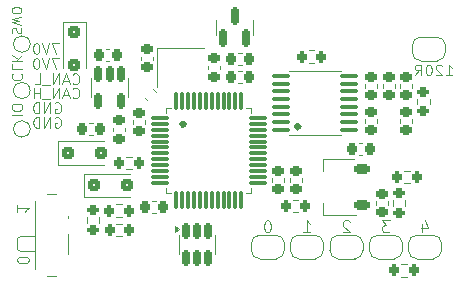
<source format=gbo>
G04 #@! TF.GenerationSoftware,KiCad,Pcbnew,8.0.1*
G04 #@! TF.CreationDate,2024-03-31T17:13:02+03:00*
G04 #@! TF.ProjectId,Piezo module,5069657a-6f20-46d6-9f64-756c652e6b69,rev?*
G04 #@! TF.SameCoordinates,Original*
G04 #@! TF.FileFunction,Legend,Bot*
G04 #@! TF.FilePolarity,Positive*
%FSLAX46Y46*%
G04 Gerber Fmt 4.6, Leading zero omitted, Abs format (unit mm)*
G04 Created by KiCad (PCBNEW 8.0.1) date 2024-03-31 17:13:02*
%MOMM*%
%LPD*%
G01*
G04 APERTURE LIST*
G04 Aperture macros list*
%AMRoundRect*
0 Rectangle with rounded corners*
0 $1 Rounding radius*
0 $2 $3 $4 $5 $6 $7 $8 $9 X,Y pos of 4 corners*
0 Add a 4 corners polygon primitive as box body*
4,1,4,$2,$3,$4,$5,$6,$7,$8,$9,$2,$3,0*
0 Add four circle primitives for the rounded corners*
1,1,$1+$1,$2,$3*
1,1,$1+$1,$4,$5*
1,1,$1+$1,$6,$7*
1,1,$1+$1,$8,$9*
0 Add four rect primitives between the rounded corners*
20,1,$1+$1,$2,$3,$4,$5,0*
20,1,$1+$1,$4,$5,$6,$7,0*
20,1,$1+$1,$6,$7,$8,$9,0*
20,1,$1+$1,$8,$9,$2,$3,0*%
%AMFreePoly0*
4,1,19,0.500000,-0.750000,0.000000,-0.750000,0.000000,-0.744911,-0.071157,-0.744911,-0.207708,-0.704816,-0.327430,-0.627875,-0.420627,-0.520320,-0.479746,-0.390866,-0.500000,-0.250000,-0.500000,0.250000,-0.479746,0.390866,-0.420627,0.520320,-0.327430,0.627875,-0.207708,0.704816,-0.071157,0.744911,0.000000,0.744911,0.000000,0.750000,0.500000,0.750000,0.500000,-0.750000,0.500000,-0.750000,
$1*%
%AMFreePoly1*
4,1,19,0.000000,0.744911,0.071157,0.744911,0.207708,0.704816,0.327430,0.627875,0.420627,0.520320,0.479746,0.390866,0.500000,0.250000,0.500000,-0.250000,0.479746,-0.390866,0.420627,-0.520320,0.327430,-0.627875,0.207708,-0.704816,0.071157,-0.744911,0.000000,-0.744911,0.000000,-0.750000,-0.500000,-0.750000,-0.500000,0.750000,0.000000,0.750000,0.000000,0.744911,0.000000,0.744911,
$1*%
%AMFreePoly2*
4,1,9,3.862500,-0.866500,0.737500,-0.866500,0.737500,-0.450000,-0.737500,-0.450000,-0.737500,0.450000,0.737500,0.450000,0.737500,0.866500,3.862500,0.866500,3.862500,-0.866500,3.862500,-0.866500,$1*%
G04 Aperture macros list end*
%ADD10C,0.100000*%
%ADD11C,0.120000*%
%ADD12C,0.350000*%
%ADD13C,2.000000*%
%ADD14C,2.600000*%
%ADD15C,0.700000*%
%ADD16C,4.400000*%
%ADD17C,0.500000*%
%ADD18O,1.090000X2.000000*%
%ADD19O,1.050000X1.600000*%
%ADD20RoundRect,0.200000X0.275000X-0.200000X0.275000X0.200000X-0.275000X0.200000X-0.275000X-0.200000X0*%
%ADD21RoundRect,0.150000X0.150000X-0.587500X0.150000X0.587500X-0.150000X0.587500X-0.150000X-0.587500X0*%
%ADD22C,1.000000*%
%ADD23RoundRect,0.225000X-0.250000X0.225000X-0.250000X-0.225000X0.250000X-0.225000X0.250000X0.225000X0*%
%ADD24RoundRect,0.100000X-0.637500X-0.100000X0.637500X-0.100000X0.637500X0.100000X-0.637500X0.100000X0*%
%ADD25RoundRect,0.225000X0.250000X-0.225000X0.250000X0.225000X-0.250000X0.225000X-0.250000X-0.225000X0*%
%ADD26FreePoly0,180.000000*%
%ADD27FreePoly1,180.000000*%
%ADD28RoundRect,0.218750X-0.256250X0.218750X-0.256250X-0.218750X0.256250X-0.218750X0.256250X0.218750X0*%
%ADD29RoundRect,0.200000X-0.200000X-0.275000X0.200000X-0.275000X0.200000X0.275000X-0.200000X0.275000X0*%
%ADD30RoundRect,0.150000X-0.150000X0.512500X-0.150000X-0.512500X0.150000X-0.512500X0.150000X0.512500X0*%
%ADD31RoundRect,0.200000X0.200000X0.275000X-0.200000X0.275000X-0.200000X-0.275000X0.200000X-0.275000X0*%
%ADD32R,1.400000X1.200000*%
%ADD33RoundRect,0.250000X-0.300000X0.300000X-0.300000X-0.300000X0.300000X-0.300000X0.300000X0.300000X0*%
%ADD34RoundRect,0.250000X-0.300000X-0.300000X0.300000X-0.300000X0.300000X0.300000X-0.300000X0.300000X0*%
%ADD35RoundRect,0.225000X0.225000X0.250000X-0.225000X0.250000X-0.225000X-0.250000X0.225000X-0.250000X0*%
%ADD36RoundRect,0.225000X-0.225000X-0.250000X0.225000X-0.250000X0.225000X0.250000X-0.225000X0.250000X0*%
%ADD37RoundRect,0.075000X-0.075000X0.662500X-0.075000X-0.662500X0.075000X-0.662500X0.075000X0.662500X0*%
%ADD38RoundRect,0.075000X-0.662500X0.075000X-0.662500X-0.075000X0.662500X-0.075000X0.662500X0.075000X0*%
%ADD39RoundRect,0.225000X-0.335876X-0.017678X-0.017678X-0.335876X0.335876X0.017678X0.017678X0.335876X0*%
%ADD40RoundRect,0.200000X-0.275000X0.200000X-0.275000X-0.200000X0.275000X-0.200000X0.275000X0.200000X0*%
%ADD41RoundRect,0.225000X0.425000X0.225000X-0.425000X0.225000X-0.425000X-0.225000X0.425000X-0.225000X0*%
%ADD42FreePoly2,180.000000*%
%ADD43FreePoly0,0.000000*%
%ADD44FreePoly1,0.000000*%
%ADD45C,0.900000*%
%ADD46R,1.500000X0.700000*%
%ADD47R,0.800000X1.000000*%
G04 APERTURE END LIST*
D10*
X137005639Y-93222657D02*
X136405639Y-93222657D01*
X136405639Y-93222657D02*
X136791353Y-94122657D01*
X136191353Y-93222657D02*
X135891353Y-94122657D01*
X135891353Y-94122657D02*
X135591353Y-93222657D01*
X135119924Y-93222657D02*
X135034210Y-93222657D01*
X135034210Y-93222657D02*
X134948496Y-93265514D01*
X134948496Y-93265514D02*
X134905639Y-93308371D01*
X134905639Y-93308371D02*
X134862781Y-93394085D01*
X134862781Y-93394085D02*
X134819924Y-93565514D01*
X134819924Y-93565514D02*
X134819924Y-93779800D01*
X134819924Y-93779800D02*
X134862781Y-93951228D01*
X134862781Y-93951228D02*
X134905639Y-94036942D01*
X134905639Y-94036942D02*
X134948496Y-94079800D01*
X134948496Y-94079800D02*
X135034210Y-94122657D01*
X135034210Y-94122657D02*
X135119924Y-94122657D01*
X135119924Y-94122657D02*
X135205639Y-94079800D01*
X135205639Y-94079800D02*
X135248496Y-94036942D01*
X135248496Y-94036942D02*
X135291353Y-93951228D01*
X135291353Y-93951228D02*
X135334210Y-93779800D01*
X135334210Y-93779800D02*
X135334210Y-93565514D01*
X135334210Y-93565514D02*
X135291353Y-93394085D01*
X135291353Y-93394085D02*
X135248496Y-93308371D01*
X135248496Y-93308371D02*
X135205639Y-93265514D01*
X135205639Y-93265514D02*
X135119924Y-93222657D01*
X133005842Y-98075925D02*
X133905842Y-98075925D01*
X133905842Y-97475925D02*
X133905842Y-97304497D01*
X133905842Y-97304497D02*
X133862985Y-97218782D01*
X133862985Y-97218782D02*
X133777271Y-97133068D01*
X133777271Y-97133068D02*
X133605842Y-97090211D01*
X133605842Y-97090211D02*
X133305842Y-97090211D01*
X133305842Y-97090211D02*
X133134414Y-97133068D01*
X133134414Y-97133068D02*
X133048700Y-97218782D01*
X133048700Y-97218782D02*
X133005842Y-97304497D01*
X133005842Y-97304497D02*
X133005842Y-97475925D01*
X133005842Y-97475925D02*
X133048700Y-97561640D01*
X133048700Y-97561640D02*
X133134414Y-97647354D01*
X133134414Y-97647354D02*
X133305842Y-97690211D01*
X133305842Y-97690211D02*
X133605842Y-97690211D01*
X133605842Y-97690211D02*
X133777271Y-97647354D01*
X133777271Y-97647354D02*
X133862985Y-97561640D01*
X133862985Y-97561640D02*
X133905842Y-97475925D01*
X157701497Y-107966419D02*
X158272925Y-107966419D01*
X157987211Y-107966419D02*
X157987211Y-106966419D01*
X157987211Y-106966419D02*
X158082449Y-107109276D01*
X158082449Y-107109276D02*
X158177687Y-107204514D01*
X158177687Y-107204514D02*
X158272925Y-107252133D01*
X137005639Y-91969657D02*
X136405639Y-91969657D01*
X136405639Y-91969657D02*
X136791353Y-92869657D01*
X136191353Y-91969657D02*
X135891353Y-92869657D01*
X135891353Y-92869657D02*
X135591353Y-91969657D01*
X135119924Y-91969657D02*
X135034210Y-91969657D01*
X135034210Y-91969657D02*
X134948496Y-92012514D01*
X134948496Y-92012514D02*
X134905639Y-92055371D01*
X134905639Y-92055371D02*
X134862781Y-92141085D01*
X134862781Y-92141085D02*
X134819924Y-92312514D01*
X134819924Y-92312514D02*
X134819924Y-92526800D01*
X134819924Y-92526800D02*
X134862781Y-92698228D01*
X134862781Y-92698228D02*
X134905639Y-92783942D01*
X134905639Y-92783942D02*
X134948496Y-92826800D01*
X134948496Y-92826800D02*
X135034210Y-92869657D01*
X135034210Y-92869657D02*
X135119924Y-92869657D01*
X135119924Y-92869657D02*
X135205639Y-92826800D01*
X135205639Y-92826800D02*
X135248496Y-92783942D01*
X135248496Y-92783942D02*
X135291353Y-92698228D01*
X135291353Y-92698228D02*
X135334210Y-92526800D01*
X135334210Y-92526800D02*
X135334210Y-92312514D01*
X135334210Y-92312514D02*
X135291353Y-92141085D01*
X135291353Y-92141085D02*
X135248496Y-92055371D01*
X135248496Y-92055371D02*
X135205639Y-92012514D01*
X135205639Y-92012514D02*
X135119924Y-91969657D01*
X136705638Y-97015514D02*
X136791353Y-96972657D01*
X136791353Y-96972657D02*
X136919924Y-96972657D01*
X136919924Y-96972657D02*
X137048495Y-97015514D01*
X137048495Y-97015514D02*
X137134210Y-97101228D01*
X137134210Y-97101228D02*
X137177067Y-97186942D01*
X137177067Y-97186942D02*
X137219924Y-97358371D01*
X137219924Y-97358371D02*
X137219924Y-97486942D01*
X137219924Y-97486942D02*
X137177067Y-97658371D01*
X137177067Y-97658371D02*
X137134210Y-97744085D01*
X137134210Y-97744085D02*
X137048495Y-97829800D01*
X137048495Y-97829800D02*
X136919924Y-97872657D01*
X136919924Y-97872657D02*
X136834210Y-97872657D01*
X136834210Y-97872657D02*
X136705638Y-97829800D01*
X136705638Y-97829800D02*
X136662781Y-97786942D01*
X136662781Y-97786942D02*
X136662781Y-97486942D01*
X136662781Y-97486942D02*
X136834210Y-97486942D01*
X136277067Y-97872657D02*
X136277067Y-96972657D01*
X136277067Y-96972657D02*
X135762781Y-97872657D01*
X135762781Y-97872657D02*
X135762781Y-96972657D01*
X135334210Y-97872657D02*
X135334210Y-96972657D01*
X135334210Y-96972657D02*
X135119924Y-96972657D01*
X135119924Y-96972657D02*
X134991353Y-97015514D01*
X134991353Y-97015514D02*
X134905638Y-97101228D01*
X134905638Y-97101228D02*
X134862781Y-97186942D01*
X134862781Y-97186942D02*
X134819924Y-97358371D01*
X134819924Y-97358371D02*
X134819924Y-97486942D01*
X134819924Y-97486942D02*
X134862781Y-97658371D01*
X134862781Y-97658371D02*
X134905638Y-97744085D01*
X134905638Y-97744085D02*
X134991353Y-97829800D01*
X134991353Y-97829800D02*
X135119924Y-97872657D01*
X135119924Y-97872657D02*
X135334210Y-97872657D01*
X165011544Y-106966419D02*
X164392497Y-106966419D01*
X164392497Y-106966419D02*
X164725830Y-107347371D01*
X164725830Y-107347371D02*
X164582973Y-107347371D01*
X164582973Y-107347371D02*
X164487735Y-107394990D01*
X164487735Y-107394990D02*
X164440116Y-107442609D01*
X164440116Y-107442609D02*
X164392497Y-107537847D01*
X164392497Y-107537847D02*
X164392497Y-107775942D01*
X164392497Y-107775942D02*
X164440116Y-107871180D01*
X164440116Y-107871180D02*
X164487735Y-107918800D01*
X164487735Y-107918800D02*
X164582973Y-107966419D01*
X164582973Y-107966419D02*
X164868687Y-107966419D01*
X164868687Y-107966419D02*
X164963925Y-107918800D01*
X164963925Y-107918800D02*
X165011544Y-107871180D01*
X134460580Y-110351639D02*
X134460580Y-110256401D01*
X134460580Y-110256401D02*
X134412961Y-110161163D01*
X134412961Y-110161163D02*
X134365342Y-110113544D01*
X134365342Y-110113544D02*
X134270104Y-110065925D01*
X134270104Y-110065925D02*
X134079628Y-110018306D01*
X134079628Y-110018306D02*
X133841533Y-110018306D01*
X133841533Y-110018306D02*
X133651057Y-110065925D01*
X133651057Y-110065925D02*
X133555819Y-110113544D01*
X133555819Y-110113544D02*
X133508200Y-110161163D01*
X133508200Y-110161163D02*
X133460580Y-110256401D01*
X133460580Y-110256401D02*
X133460580Y-110351639D01*
X133460580Y-110351639D02*
X133508200Y-110446877D01*
X133508200Y-110446877D02*
X133555819Y-110494496D01*
X133555819Y-110494496D02*
X133651057Y-110542115D01*
X133651057Y-110542115D02*
X133841533Y-110589734D01*
X133841533Y-110589734D02*
X134079628Y-110589734D01*
X134079628Y-110589734D02*
X134270104Y-110542115D01*
X134270104Y-110542115D02*
X134365342Y-110494496D01*
X134365342Y-110494496D02*
X134412961Y-110446877D01*
X134412961Y-110446877D02*
X134460580Y-110351639D01*
X138162781Y-95336942D02*
X138205638Y-95379800D01*
X138205638Y-95379800D02*
X138334210Y-95422657D01*
X138334210Y-95422657D02*
X138419924Y-95422657D01*
X138419924Y-95422657D02*
X138548495Y-95379800D01*
X138548495Y-95379800D02*
X138634210Y-95294085D01*
X138634210Y-95294085D02*
X138677067Y-95208371D01*
X138677067Y-95208371D02*
X138719924Y-95036942D01*
X138719924Y-95036942D02*
X138719924Y-94908371D01*
X138719924Y-94908371D02*
X138677067Y-94736942D01*
X138677067Y-94736942D02*
X138634210Y-94651228D01*
X138634210Y-94651228D02*
X138548495Y-94565514D01*
X138548495Y-94565514D02*
X138419924Y-94522657D01*
X138419924Y-94522657D02*
X138334210Y-94522657D01*
X138334210Y-94522657D02*
X138205638Y-94565514D01*
X138205638Y-94565514D02*
X138162781Y-94608371D01*
X137819924Y-95165514D02*
X137391353Y-95165514D01*
X137905638Y-95422657D02*
X137605638Y-94522657D01*
X137605638Y-94522657D02*
X137305638Y-95422657D01*
X137005638Y-95422657D02*
X137005638Y-94522657D01*
X137005638Y-94522657D02*
X136491352Y-95422657D01*
X136491352Y-95422657D02*
X136491352Y-94522657D01*
X136277067Y-95508371D02*
X135591352Y-95508371D01*
X134948495Y-95422657D02*
X135377067Y-95422657D01*
X135377067Y-95422657D02*
X135377067Y-94522657D01*
X138162781Y-96536942D02*
X138205638Y-96579800D01*
X138205638Y-96579800D02*
X138334210Y-96622657D01*
X138334210Y-96622657D02*
X138419924Y-96622657D01*
X138419924Y-96622657D02*
X138548495Y-96579800D01*
X138548495Y-96579800D02*
X138634210Y-96494085D01*
X138634210Y-96494085D02*
X138677067Y-96408371D01*
X138677067Y-96408371D02*
X138719924Y-96236942D01*
X138719924Y-96236942D02*
X138719924Y-96108371D01*
X138719924Y-96108371D02*
X138677067Y-95936942D01*
X138677067Y-95936942D02*
X138634210Y-95851228D01*
X138634210Y-95851228D02*
X138548495Y-95765514D01*
X138548495Y-95765514D02*
X138419924Y-95722657D01*
X138419924Y-95722657D02*
X138334210Y-95722657D01*
X138334210Y-95722657D02*
X138205638Y-95765514D01*
X138205638Y-95765514D02*
X138162781Y-95808371D01*
X137819924Y-96365514D02*
X137391353Y-96365514D01*
X137905638Y-96622657D02*
X137605638Y-95722657D01*
X137605638Y-95722657D02*
X137305638Y-96622657D01*
X137005638Y-96622657D02*
X137005638Y-95722657D01*
X137005638Y-95722657D02*
X136491352Y-96622657D01*
X136491352Y-96622657D02*
X136491352Y-95722657D01*
X136277067Y-96708371D02*
X135591352Y-96708371D01*
X135377067Y-96622657D02*
X135377067Y-95722657D01*
X135377067Y-96151228D02*
X134862781Y-96151228D01*
X134862781Y-96622657D02*
X134862781Y-95722657D01*
X136705638Y-98265514D02*
X136791353Y-98222657D01*
X136791353Y-98222657D02*
X136919924Y-98222657D01*
X136919924Y-98222657D02*
X137048495Y-98265514D01*
X137048495Y-98265514D02*
X137134210Y-98351228D01*
X137134210Y-98351228D02*
X137177067Y-98436942D01*
X137177067Y-98436942D02*
X137219924Y-98608371D01*
X137219924Y-98608371D02*
X137219924Y-98736942D01*
X137219924Y-98736942D02*
X137177067Y-98908371D01*
X137177067Y-98908371D02*
X137134210Y-98994085D01*
X137134210Y-98994085D02*
X137048495Y-99079800D01*
X137048495Y-99079800D02*
X136919924Y-99122657D01*
X136919924Y-99122657D02*
X136834210Y-99122657D01*
X136834210Y-99122657D02*
X136705638Y-99079800D01*
X136705638Y-99079800D02*
X136662781Y-99036942D01*
X136662781Y-99036942D02*
X136662781Y-98736942D01*
X136662781Y-98736942D02*
X136834210Y-98736942D01*
X136277067Y-99122657D02*
X136277067Y-98222657D01*
X136277067Y-98222657D02*
X135762781Y-99122657D01*
X135762781Y-99122657D02*
X135762781Y-98222657D01*
X135334210Y-99122657D02*
X135334210Y-98222657D01*
X135334210Y-98222657D02*
X135119924Y-98222657D01*
X135119924Y-98222657D02*
X134991353Y-98265514D01*
X134991353Y-98265514D02*
X134905638Y-98351228D01*
X134905638Y-98351228D02*
X134862781Y-98436942D01*
X134862781Y-98436942D02*
X134819924Y-98608371D01*
X134819924Y-98608371D02*
X134819924Y-98736942D01*
X134819924Y-98736942D02*
X134862781Y-98908371D01*
X134862781Y-98908371D02*
X134905638Y-98994085D01*
X134905638Y-98994085D02*
X134991353Y-99079800D01*
X134991353Y-99079800D02*
X135119924Y-99122657D01*
X135119924Y-99122657D02*
X135334210Y-99122657D01*
X161623925Y-107061657D02*
X161576306Y-107014038D01*
X161576306Y-107014038D02*
X161481068Y-106966419D01*
X161481068Y-106966419D02*
X161242973Y-106966419D01*
X161242973Y-106966419D02*
X161147735Y-107014038D01*
X161147735Y-107014038D02*
X161100116Y-107061657D01*
X161100116Y-107061657D02*
X161052497Y-107156895D01*
X161052497Y-107156895D02*
X161052497Y-107252133D01*
X161052497Y-107252133D02*
X161100116Y-107394990D01*
X161100116Y-107394990D02*
X161671544Y-107966419D01*
X161671544Y-107966419D02*
X161052497Y-107966419D01*
X133073200Y-91110830D02*
X133035104Y-90996544D01*
X133035104Y-90996544D02*
X133035104Y-90806068D01*
X133035104Y-90806068D02*
X133073200Y-90729877D01*
X133073200Y-90729877D02*
X133111295Y-90691782D01*
X133111295Y-90691782D02*
X133187485Y-90653687D01*
X133187485Y-90653687D02*
X133263676Y-90653687D01*
X133263676Y-90653687D02*
X133339866Y-90691782D01*
X133339866Y-90691782D02*
X133377961Y-90729877D01*
X133377961Y-90729877D02*
X133416057Y-90806068D01*
X133416057Y-90806068D02*
X133454152Y-90958449D01*
X133454152Y-90958449D02*
X133492247Y-91034639D01*
X133492247Y-91034639D02*
X133530342Y-91072734D01*
X133530342Y-91072734D02*
X133606533Y-91110830D01*
X133606533Y-91110830D02*
X133682723Y-91110830D01*
X133682723Y-91110830D02*
X133758914Y-91072734D01*
X133758914Y-91072734D02*
X133797009Y-91034639D01*
X133797009Y-91034639D02*
X133835104Y-90958449D01*
X133835104Y-90958449D02*
X133835104Y-90767972D01*
X133835104Y-90767972D02*
X133797009Y-90653687D01*
X133835104Y-90387020D02*
X133035104Y-90196544D01*
X133035104Y-90196544D02*
X133606533Y-90044163D01*
X133606533Y-90044163D02*
X133035104Y-89891782D01*
X133035104Y-89891782D02*
X133835104Y-89701306D01*
X133835104Y-89244162D02*
X133835104Y-89091781D01*
X133835104Y-89091781D02*
X133797009Y-89015591D01*
X133797009Y-89015591D02*
X133720819Y-88939400D01*
X133720819Y-88939400D02*
X133568438Y-88901305D01*
X133568438Y-88901305D02*
X133301771Y-88901305D01*
X133301771Y-88901305D02*
X133149390Y-88939400D01*
X133149390Y-88939400D02*
X133073200Y-89015591D01*
X133073200Y-89015591D02*
X133035104Y-89091781D01*
X133035104Y-89091781D02*
X133035104Y-89244162D01*
X133035104Y-89244162D02*
X133073200Y-89320353D01*
X133073200Y-89320353D02*
X133149390Y-89396543D01*
X133149390Y-89396543D02*
X133301771Y-89434639D01*
X133301771Y-89434639D02*
X133568438Y-89434639D01*
X133568438Y-89434639D02*
X133720819Y-89396543D01*
X133720819Y-89396543D02*
X133797009Y-89320353D01*
X133797009Y-89320353D02*
X133835104Y-89244162D01*
X133091557Y-94546639D02*
X133048700Y-94589496D01*
X133048700Y-94589496D02*
X133005842Y-94718068D01*
X133005842Y-94718068D02*
X133005842Y-94803782D01*
X133005842Y-94803782D02*
X133048700Y-94932353D01*
X133048700Y-94932353D02*
X133134414Y-95018068D01*
X133134414Y-95018068D02*
X133220128Y-95060925D01*
X133220128Y-95060925D02*
X133391557Y-95103782D01*
X133391557Y-95103782D02*
X133520128Y-95103782D01*
X133520128Y-95103782D02*
X133691557Y-95060925D01*
X133691557Y-95060925D02*
X133777271Y-95018068D01*
X133777271Y-95018068D02*
X133862985Y-94932353D01*
X133862985Y-94932353D02*
X133905842Y-94803782D01*
X133905842Y-94803782D02*
X133905842Y-94718068D01*
X133905842Y-94718068D02*
X133862985Y-94589496D01*
X133862985Y-94589496D02*
X133820128Y-94546639D01*
X133005842Y-93732353D02*
X133005842Y-94160925D01*
X133005842Y-94160925D02*
X133905842Y-94160925D01*
X133005842Y-93432354D02*
X133905842Y-93432354D01*
X133005842Y-92918068D02*
X133520128Y-93303782D01*
X133905842Y-92918068D02*
X133391557Y-93432354D01*
X169768496Y-94665657D02*
X170282782Y-94665657D01*
X170025639Y-94665657D02*
X170025639Y-93765657D01*
X170025639Y-93765657D02*
X170111353Y-93894228D01*
X170111353Y-93894228D02*
X170197068Y-93979942D01*
X170197068Y-93979942D02*
X170282782Y-94022800D01*
X169425639Y-93851371D02*
X169382782Y-93808514D01*
X169382782Y-93808514D02*
X169297068Y-93765657D01*
X169297068Y-93765657D02*
X169082782Y-93765657D01*
X169082782Y-93765657D02*
X168997068Y-93808514D01*
X168997068Y-93808514D02*
X168954210Y-93851371D01*
X168954210Y-93851371D02*
X168911353Y-93937085D01*
X168911353Y-93937085D02*
X168911353Y-94022800D01*
X168911353Y-94022800D02*
X168954210Y-94151371D01*
X168954210Y-94151371D02*
X169468496Y-94665657D01*
X169468496Y-94665657D02*
X168911353Y-94665657D01*
X168354210Y-93765657D02*
X168268496Y-93765657D01*
X168268496Y-93765657D02*
X168182782Y-93808514D01*
X168182782Y-93808514D02*
X168139925Y-93851371D01*
X168139925Y-93851371D02*
X168097067Y-93937085D01*
X168097067Y-93937085D02*
X168054210Y-94108514D01*
X168054210Y-94108514D02*
X168054210Y-94322800D01*
X168054210Y-94322800D02*
X168097067Y-94494228D01*
X168097067Y-94494228D02*
X168139925Y-94579942D01*
X168139925Y-94579942D02*
X168182782Y-94622800D01*
X168182782Y-94622800D02*
X168268496Y-94665657D01*
X168268496Y-94665657D02*
X168354210Y-94665657D01*
X168354210Y-94665657D02*
X168439925Y-94622800D01*
X168439925Y-94622800D02*
X168482782Y-94579942D01*
X168482782Y-94579942D02*
X168525639Y-94494228D01*
X168525639Y-94494228D02*
X168568496Y-94322800D01*
X168568496Y-94322800D02*
X168568496Y-94108514D01*
X168568496Y-94108514D02*
X168525639Y-93937085D01*
X168525639Y-93937085D02*
X168482782Y-93851371D01*
X168482782Y-93851371D02*
X168439925Y-93808514D01*
X168439925Y-93808514D02*
X168354210Y-93765657D01*
X167154210Y-94665657D02*
X167454210Y-94237085D01*
X167668496Y-94665657D02*
X167668496Y-93765657D01*
X167668496Y-93765657D02*
X167325639Y-93765657D01*
X167325639Y-93765657D02*
X167239924Y-93808514D01*
X167239924Y-93808514D02*
X167197067Y-93851371D01*
X167197067Y-93851371D02*
X167154210Y-93937085D01*
X167154210Y-93937085D02*
X167154210Y-94065657D01*
X167154210Y-94065657D02*
X167197067Y-94151371D01*
X167197067Y-94151371D02*
X167239924Y-94194228D01*
X167239924Y-94194228D02*
X167325639Y-94237085D01*
X167325639Y-94237085D02*
X167668496Y-94237085D01*
X133460580Y-105639306D02*
X133460580Y-106210734D01*
X133460580Y-105925020D02*
X134460580Y-105925020D01*
X134460580Y-105925020D02*
X134317723Y-106020258D01*
X134317723Y-106020258D02*
X134222485Y-106115496D01*
X134222485Y-106115496D02*
X134174866Y-106210734D01*
X154730830Y-106966419D02*
X154635592Y-106966419D01*
X154635592Y-106966419D02*
X154540354Y-107014038D01*
X154540354Y-107014038D02*
X154492735Y-107061657D01*
X154492735Y-107061657D02*
X154445116Y-107156895D01*
X154445116Y-107156895D02*
X154397497Y-107347371D01*
X154397497Y-107347371D02*
X154397497Y-107585466D01*
X154397497Y-107585466D02*
X154445116Y-107775942D01*
X154445116Y-107775942D02*
X154492735Y-107871180D01*
X154492735Y-107871180D02*
X154540354Y-107918800D01*
X154540354Y-107918800D02*
X154635592Y-107966419D01*
X154635592Y-107966419D02*
X154730830Y-107966419D01*
X154730830Y-107966419D02*
X154826068Y-107918800D01*
X154826068Y-107918800D02*
X154873687Y-107871180D01*
X154873687Y-107871180D02*
X154921306Y-107775942D01*
X154921306Y-107775942D02*
X154968925Y-107585466D01*
X154968925Y-107585466D02*
X154968925Y-107347371D01*
X154968925Y-107347371D02*
X154921306Y-107156895D01*
X154921306Y-107156895D02*
X154873687Y-107061657D01*
X154873687Y-107061657D02*
X154826068Y-107014038D01*
X154826068Y-107014038D02*
X154730830Y-106966419D01*
X167791735Y-107299752D02*
X167791735Y-107966419D01*
X168029830Y-106918800D02*
X168267925Y-107633085D01*
X168267925Y-107633085D02*
X167648878Y-107633085D01*
D11*
X167343500Y-96647742D02*
X167343500Y-97122258D01*
X168388500Y-96647742D02*
X168388500Y-97122258D01*
X150317500Y-89967000D02*
X150317500Y-90617000D01*
X150317500Y-91267000D02*
X150317500Y-90617000D01*
X153437500Y-89967000D02*
X153437500Y-90617000D01*
X153437500Y-91267000D02*
X153437500Y-90617000D01*
X134572000Y-99218000D02*
G75*
G02*
X133172000Y-99218000I-700000J0D01*
G01*
X133172000Y-99218000D02*
G75*
G02*
X134572000Y-99218000I700000J0D01*
G01*
X163835000Y-105621581D02*
X163835000Y-105340419D01*
X164855000Y-105621581D02*
X164855000Y-105340419D01*
X156512000Y-94277500D02*
X158712000Y-94277500D01*
X156512000Y-99747500D02*
X158712000Y-99747500D01*
X160912000Y-94277500D02*
X158712000Y-94277500D01*
X160912000Y-99747500D02*
X158712000Y-99747500D01*
D12*
X157397000Y-99022500D02*
G75*
G02*
X157047000Y-99022500I-175000J0D01*
G01*
X157047000Y-99022500D02*
G75*
G02*
X157397000Y-99022500I175000J0D01*
G01*
D11*
X143937500Y-93089420D02*
X143937500Y-93370580D01*
X144957500Y-93089420D02*
X144957500Y-93370580D01*
X155077000Y-103679080D02*
X155077000Y-103397920D01*
X156097000Y-103679080D02*
X156097000Y-103397920D01*
X166598000Y-109508000D02*
X166598000Y-108908000D01*
X167298000Y-108208000D02*
X168698000Y-108208000D01*
X168698000Y-110208000D02*
X167298000Y-110208000D01*
X169398000Y-108908000D02*
X169398000Y-109508000D01*
X166598000Y-108908000D02*
G75*
G02*
X167298000Y-108208000I700000J0D01*
G01*
X167298000Y-110208000D02*
G75*
G02*
X166598000Y-109508000I0J700000D01*
G01*
X168698000Y-108208000D02*
G75*
G02*
X169398000Y-108908000I1J-699999D01*
G01*
X169398000Y-109508000D02*
G75*
G02*
X168698000Y-110208000I-699999J-1D01*
G01*
X165874500Y-98708779D02*
X165874500Y-98383221D01*
X166894500Y-98708779D02*
X166894500Y-98383221D01*
X156540000Y-103679080D02*
X156540000Y-103397920D01*
X157560000Y-103679080D02*
X157560000Y-103397920D01*
X142357258Y-107223500D02*
X141882742Y-107223500D01*
X142357258Y-108268500D02*
X141882742Y-108268500D01*
X147135000Y-108210000D02*
X147135000Y-109010000D01*
X147135000Y-109810000D02*
X147135000Y-109010000D01*
X150255000Y-108210000D02*
X150255000Y-109010000D01*
X150255000Y-109810000D02*
X150255000Y-109010000D01*
X147185000Y-107710000D02*
X146855000Y-107950000D01*
X146855000Y-107470000D01*
X147185000Y-107710000D01*
G36*
X147185000Y-107710000D02*
G01*
X146855000Y-107950000D01*
X146855000Y-107470000D01*
X147185000Y-107710000D01*
G37*
X156786742Y-105231500D02*
X157261258Y-105231500D01*
X156786742Y-106276500D02*
X157261258Y-106276500D01*
X139747000Y-94925500D02*
X139747000Y-95725500D01*
X139747000Y-96525500D02*
X139747000Y-95725500D01*
X142867000Y-94925500D02*
X142867000Y-95725500D01*
X142867000Y-96525500D02*
X142867000Y-95725500D01*
X145284500Y-92369000D02*
X145284500Y-95669000D01*
X149284500Y-92369000D02*
X145284500Y-92369000D01*
X137314000Y-94059000D02*
X137314000Y-90199000D01*
X139314000Y-90199000D02*
X137314000Y-90199000D01*
X139314000Y-94059000D02*
X139314000Y-90199000D01*
X134572000Y-92032000D02*
G75*
G02*
X133172000Y-92032000I-700000J0D01*
G01*
X133172000Y-92032000D02*
G75*
G02*
X134572000Y-92032000I700000J0D01*
G01*
X136929000Y-100256000D02*
X136929000Y-102256000D01*
X140789000Y-100256000D02*
X136929000Y-100256000D01*
X140789000Y-102256000D02*
X136929000Y-102256000D01*
X134572000Y-95967000D02*
G75*
G02*
X133172000Y-95967000I-700000J0D01*
G01*
X133172000Y-95967000D02*
G75*
G02*
X134572000Y-95967000I700000J0D01*
G01*
X139134500Y-102992000D02*
X139134500Y-104992000D01*
X142994500Y-102992000D02*
X139134500Y-102992000D01*
X142994500Y-104992000D02*
X139134500Y-104992000D01*
X165287500Y-105244742D02*
X165287500Y-105719258D01*
X166332500Y-105244742D02*
X166332500Y-105719258D01*
X162419920Y-100381001D02*
X162701080Y-100381001D01*
X162419920Y-101401001D02*
X162701080Y-101401001D01*
X162931500Y-95721580D02*
X162931500Y-95440420D01*
X163951500Y-95721580D02*
X163951500Y-95440420D01*
X141276580Y-92435000D02*
X140995420Y-92435000D01*
X141276580Y-93455000D02*
X140995420Y-93455000D01*
X143167258Y-101587500D02*
X142692742Y-101587500D01*
X143167258Y-102632500D02*
X142692742Y-102632500D01*
X152473580Y-94280000D02*
X152192420Y-94280000D01*
X152473580Y-95300000D02*
X152192420Y-95300000D01*
X165892500Y-95714580D02*
X165892500Y-95433420D01*
X166912500Y-95714580D02*
X166912500Y-95433420D01*
X166930500Y-92742000D02*
X166930500Y-92142000D01*
X167630500Y-91442000D02*
X169030500Y-91442000D01*
X169030500Y-93442000D02*
X167630500Y-93442000D01*
X169730500Y-92142000D02*
X169730500Y-92742000D01*
X166930500Y-92142000D02*
G75*
G02*
X167630500Y-91442000I700000J0D01*
G01*
X167630500Y-93442000D02*
G75*
G02*
X166930500Y-92742000I0J700000D01*
G01*
X169030500Y-91442000D02*
G75*
G02*
X169730500Y-92142000I1J-699999D01*
G01*
X169730500Y-92742000D02*
G75*
G02*
X169030500Y-93442000I-699999J-1D01*
G01*
X166223742Y-102746500D02*
X166698258Y-102746500D01*
X166223742Y-103791500D02*
X166698258Y-103791500D01*
X158628258Y-92573999D02*
X158153742Y-92573999D01*
X158628258Y-93618999D02*
X158153742Y-93618999D01*
X153299000Y-109508000D02*
X153299000Y-108908000D01*
X153999000Y-108208000D02*
X155399000Y-108208000D01*
X155399000Y-110208000D02*
X153999000Y-110208000D01*
X156099000Y-108908000D02*
X156099000Y-109508000D01*
X153299000Y-108908000D02*
G75*
G02*
X153999000Y-108208000I700000J0D01*
G01*
X153999000Y-110208000D02*
G75*
G02*
X153299000Y-109508000I0J700000D01*
G01*
X155399000Y-108208000D02*
G75*
G02*
X156099000Y-108908000I1J-699999D01*
G01*
X156099000Y-109508000D02*
G75*
G02*
X155399000Y-110208000I-699999J-1D01*
G01*
X139591420Y-98695000D02*
X139872580Y-98695000D01*
X139591420Y-99715000D02*
X139872580Y-99715000D01*
X146085000Y-97427500D02*
X146085000Y-97877500D01*
X146085000Y-104647500D02*
X146085000Y-104197500D01*
X146535000Y-97427500D02*
X146085000Y-97427500D01*
X146535000Y-104647500D02*
X146085000Y-104647500D01*
X152855000Y-97427500D02*
X153305000Y-97427500D01*
X152855000Y-104647500D02*
X153305000Y-104647500D01*
X153305000Y-97427500D02*
X153305000Y-97877500D01*
X153305000Y-104647500D02*
X153305000Y-104197500D01*
D12*
X147690000Y-98827500D02*
G75*
G02*
X147340000Y-98827500I-175000J0D01*
G01*
X147340000Y-98827500D02*
G75*
G02*
X147690000Y-98827500I175000J0D01*
G01*
D11*
X156603000Y-109504000D02*
X156603000Y-108904000D01*
X157303000Y-108204000D02*
X158703000Y-108204000D01*
X158703000Y-110204000D02*
X157303000Y-110204000D01*
X159403000Y-108904000D02*
X159403000Y-109504000D01*
X156603000Y-108904000D02*
G75*
G02*
X157303000Y-108204000I700000J0D01*
G01*
X157303000Y-110204000D02*
G75*
G02*
X156603000Y-109504000I0J700000D01*
G01*
X158703000Y-108204000D02*
G75*
G02*
X159403000Y-108904000I1J-699999D01*
G01*
X159403000Y-109504000D02*
G75*
G02*
X158703000Y-110204000I-699999J-1D01*
G01*
X163294000Y-109508000D02*
X163294000Y-108908000D01*
X163994000Y-108208000D02*
X165394000Y-108208000D01*
X165394000Y-110208000D02*
X163994000Y-110208000D01*
X166094000Y-108908000D02*
X166094000Y-109508000D01*
X163294000Y-108908000D02*
G75*
G02*
X163994000Y-108208000I700000J0D01*
G01*
X163994000Y-110208000D02*
G75*
G02*
X163294000Y-109508000I0J700000D01*
G01*
X165394000Y-108208000D02*
G75*
G02*
X166094000Y-108908000I1J-699999D01*
G01*
X166094000Y-109508000D02*
G75*
G02*
X165394000Y-110208000I-699999J-1D01*
G01*
X142332258Y-105609500D02*
X141857742Y-105609500D01*
X142332258Y-106654500D02*
X141857742Y-106654500D01*
X144490281Y-96784030D02*
X144291470Y-96585219D01*
X145211530Y-96062781D02*
X145012719Y-95863970D01*
X139361500Y-107154258D02*
X139361500Y-106679742D01*
X140406500Y-107154258D02*
X140406500Y-106679742D01*
X159400500Y-101762000D02*
X159400500Y-102742000D01*
X159400500Y-101762000D02*
X161980500Y-101762000D01*
X159400500Y-106482000D02*
X159400500Y-105502000D01*
X162120500Y-106482000D02*
X159400500Y-106482000D01*
X164410500Y-95720580D02*
X164410500Y-95439420D01*
X165430500Y-95720580D02*
X165430500Y-95439420D01*
X166455258Y-110666500D02*
X165980742Y-110666500D01*
X166455258Y-111711500D02*
X165980742Y-111711500D01*
X162936500Y-98687080D02*
X162936500Y-98405920D01*
X163956500Y-98687080D02*
X163956500Y-98405920D01*
X149604500Y-94159580D02*
X149604500Y-93878420D01*
X150624500Y-94159580D02*
X150624500Y-93878420D01*
X159954000Y-109508000D02*
X159954000Y-108908000D01*
X160654000Y-108208000D02*
X162054000Y-108208000D01*
X162054000Y-110208000D02*
X160654000Y-110208000D01*
X162754000Y-108908000D02*
X162754000Y-109508000D01*
X159954000Y-108908000D02*
G75*
G02*
X160654000Y-108208000I699999J1D01*
G01*
X160654000Y-110208000D02*
G75*
G02*
X159954000Y-109508000I-1J699999D01*
G01*
X162054000Y-108208000D02*
G75*
G02*
X162754000Y-108908000I0J-700000D01*
G01*
X162754000Y-109508000D02*
G75*
G02*
X162054000Y-110208000I-700000J0D01*
G01*
X133464500Y-108485000D02*
X133464500Y-109385000D01*
X133464500Y-108485000D02*
X133674500Y-108285000D01*
X133464500Y-109385000D02*
X133674500Y-109585000D01*
X133674500Y-109585000D02*
X134964500Y-109585000D01*
X134964500Y-105335000D02*
X134964500Y-111035000D01*
X134964500Y-108285000D02*
X133674500Y-108285000D01*
X135974500Y-111635000D02*
X136764500Y-111635000D01*
X136764500Y-104735000D02*
X135974500Y-104735000D01*
X137814500Y-106585000D02*
X137814500Y-106785000D01*
X137814500Y-108085000D02*
X137814500Y-109785000D01*
X143304000Y-98498420D02*
X143304000Y-98779580D01*
X144324000Y-98498420D02*
X144324000Y-98779580D01*
X145205580Y-105279000D02*
X144924420Y-105279000D01*
X145205580Y-106299000D02*
X144924420Y-106299000D01*
X141582000Y-99398580D02*
X141582000Y-99117420D01*
X142602000Y-99398580D02*
X142602000Y-99117420D01*
X152486080Y-92813000D02*
X152204920Y-92813000D01*
X152486080Y-93833000D02*
X152204920Y-93833000D01*
%LPC*%
D13*
X160085500Y-112035000D03*
X162625500Y-112035000D03*
D14*
X141266500Y-90195000D03*
X147646500Y-90195000D03*
D15*
X160023500Y-90845000D03*
X160506774Y-89678274D03*
X160506774Y-92011726D03*
X161673500Y-89195000D03*
D16*
X161673500Y-90845000D03*
D15*
X161673500Y-92495000D03*
X162840226Y-89678274D03*
X162840226Y-92011726D03*
X163323500Y-90845000D03*
X140274500Y-111085000D03*
X140757774Y-109918274D03*
X140757774Y-112251726D03*
X141924500Y-109435000D03*
D16*
X141924500Y-111085000D03*
D15*
X141924500Y-112735000D03*
X143091226Y-109918274D03*
X143091226Y-112251726D03*
X143574500Y-111085000D03*
D17*
X150694500Y-109010000D03*
X146694500Y-109010000D03*
D18*
X152294500Y-111160000D03*
D19*
X152294500Y-107710000D03*
D18*
X145094500Y-111160000D03*
D19*
X145094500Y-107710000D03*
D13*
X154543500Y-112035000D03*
X157083500Y-112035000D03*
X155174500Y-89895000D03*
X157714500Y-89895000D03*
D20*
X167866000Y-97710000D03*
X167866000Y-96060000D03*
D21*
X152827500Y-91554500D03*
X150927500Y-91554500D03*
X151877500Y-89679500D03*
D22*
X133872000Y-99218000D03*
D23*
X164345000Y-104706000D03*
X164345000Y-106256000D03*
D24*
X155849500Y-99287500D03*
X155849500Y-98637500D03*
X155849500Y-97987500D03*
X155849500Y-97337500D03*
X155849500Y-96687500D03*
X155849500Y-96037500D03*
X155849500Y-95387500D03*
X155849500Y-94737500D03*
X161574500Y-94737500D03*
X161574500Y-95387500D03*
X161574500Y-96037500D03*
X161574500Y-96687500D03*
X161574500Y-97337500D03*
X161574500Y-97987500D03*
X161574500Y-98637500D03*
X161574500Y-99287500D03*
D25*
X144447500Y-94005000D03*
X144447500Y-92455000D03*
D23*
X155587000Y-102763500D03*
X155587000Y-104313500D03*
D26*
X168648000Y-109208000D03*
D27*
X167348000Y-109208000D03*
D28*
X166384500Y-97758500D03*
X166384500Y-99333500D03*
D23*
X157050000Y-102763500D03*
X157050000Y-104313500D03*
D29*
X141295000Y-107746000D03*
X142945000Y-107746000D03*
D30*
X147745000Y-107872500D03*
X148695000Y-107872500D03*
X149645000Y-107872500D03*
X149645000Y-110147500D03*
X148695000Y-110147500D03*
X147745000Y-110147500D03*
D31*
X157849000Y-105754000D03*
X156199000Y-105754000D03*
D30*
X140357000Y-94588000D03*
X141307000Y-94588000D03*
X142257000Y-94588000D03*
X142257000Y-96863000D03*
X140357000Y-96863000D03*
D32*
X146184500Y-93169000D03*
X148384500Y-93169000D03*
X148384500Y-94869000D03*
X146184500Y-94869000D03*
D33*
X138314000Y-91009000D03*
X138314000Y-93809000D03*
D22*
X133872000Y-92032000D03*
D34*
X137739001Y-101256000D03*
X140538999Y-101256000D03*
D22*
X133872000Y-95967000D03*
D34*
X139944500Y-103992000D03*
X142744500Y-103992000D03*
D20*
X165810000Y-106307000D03*
X165810000Y-104657000D03*
D35*
X163335500Y-100891001D03*
X161785500Y-100891001D03*
D23*
X163441500Y-94806000D03*
X163441500Y-96356000D03*
D36*
X140361000Y-92945000D03*
X141911000Y-92945000D03*
D29*
X142105000Y-102110000D03*
X143755000Y-102110000D03*
D36*
X151558000Y-94790000D03*
X153108000Y-94790000D03*
D23*
X166402500Y-94799000D03*
X166402500Y-96349000D03*
D26*
X168980500Y-92442000D03*
D27*
X167680500Y-92442000D03*
D31*
X167286000Y-103269000D03*
X165636000Y-103269000D03*
D29*
X157566000Y-93096499D03*
X159216000Y-93096499D03*
D26*
X155349000Y-109208000D03*
D27*
X154049000Y-109208000D03*
D35*
X140507000Y-99205000D03*
X138957000Y-99205000D03*
D37*
X146945000Y-96875000D03*
X147445000Y-96875000D03*
X147945000Y-96875000D03*
X148445000Y-96875000D03*
X148945000Y-96875000D03*
X149445000Y-96875000D03*
X149945000Y-96875000D03*
X150445000Y-96875000D03*
X150945000Y-96875000D03*
X151445000Y-96875000D03*
X151945000Y-96875000D03*
X152445000Y-96875000D03*
D38*
X153857500Y-98287500D03*
X153857500Y-98787500D03*
X153857500Y-99287500D03*
X153857500Y-99787500D03*
X153857500Y-100287500D03*
X153857500Y-100787500D03*
X153857500Y-101287500D03*
X153857500Y-101787500D03*
X153857500Y-102287500D03*
X153857500Y-102787500D03*
X153857500Y-103287500D03*
X153857500Y-103787500D03*
D37*
X152445000Y-105200000D03*
X151945000Y-105200000D03*
X151445000Y-105200000D03*
X150945000Y-105200000D03*
X150445000Y-105200000D03*
X149945000Y-105200000D03*
X149445000Y-105200000D03*
X148945000Y-105200000D03*
X148445000Y-105200000D03*
X147945000Y-105200000D03*
X147445000Y-105200000D03*
X146945000Y-105200000D03*
D38*
X145532500Y-103787500D03*
X145532500Y-103287500D03*
X145532500Y-102787500D03*
X145532500Y-102287500D03*
X145532500Y-101787500D03*
X145532500Y-101287500D03*
X145532500Y-100787500D03*
X145532500Y-100287500D03*
X145532500Y-99787500D03*
X145532500Y-99287500D03*
X145532500Y-98787500D03*
X145532500Y-98287500D03*
D26*
X158653000Y-109204000D03*
D27*
X157353000Y-109204000D03*
D26*
X165344000Y-109208000D03*
D27*
X164044000Y-109208000D03*
D29*
X141270000Y-106132000D03*
X142920000Y-106132000D03*
D39*
X144203492Y-95775992D03*
X145299508Y-96872008D03*
D40*
X139884000Y-106092000D03*
X139884000Y-107742000D03*
D41*
X162710500Y-102622000D03*
D42*
X162623000Y-104122000D03*
D41*
X162710500Y-105622000D03*
D23*
X164920500Y-94805000D03*
X164920500Y-96355000D03*
D29*
X165393000Y-111189000D03*
X167043000Y-111189000D03*
D23*
X163446500Y-97771500D03*
X163446500Y-99321500D03*
X150114500Y-93244000D03*
X150114500Y-94794000D03*
D43*
X160704000Y-109208000D03*
D44*
X162004000Y-109208000D03*
D45*
X136364500Y-109685000D03*
X136364500Y-106685000D03*
D46*
X138124500Y-110435000D03*
X138124500Y-107435000D03*
X138124500Y-105935000D03*
D47*
X135264500Y-111835000D03*
X137474500Y-111835000D03*
X135264500Y-104535000D03*
X137474500Y-104535000D03*
D25*
X143814000Y-99414000D03*
X143814000Y-97864000D03*
D36*
X144290000Y-105789000D03*
X145840000Y-105789000D03*
D23*
X142092000Y-98483000D03*
X142092000Y-100033000D03*
D36*
X151570500Y-93323000D03*
X153120500Y-93323000D03*
%LPD*%
M02*

</source>
